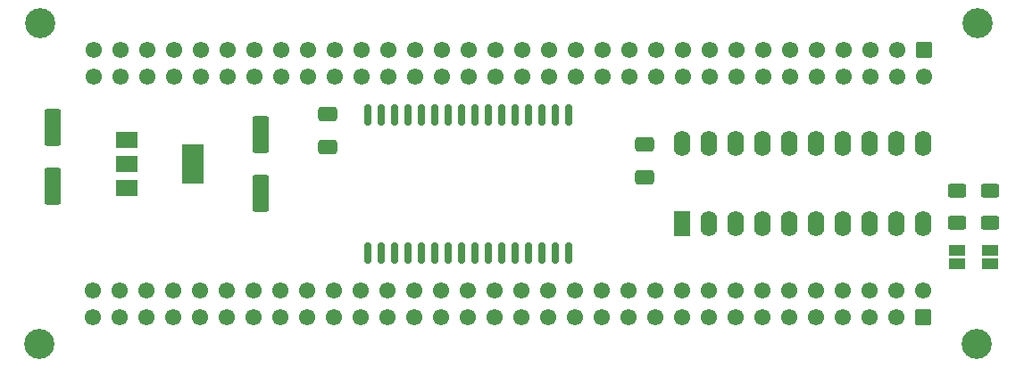
<source format=gbr>
%TF.GenerationSoftware,KiCad,Pcbnew,8.0.1*%
%TF.CreationDate,2024-04-05T09:52:39+02:00*%
%TF.ProjectId,qlexternal512kram_MIX,716c6578-7465-4726-9e61-6c3531326b72,0.1*%
%TF.SameCoordinates,Original*%
%TF.FileFunction,Soldermask,Top*%
%TF.FilePolarity,Negative*%
%FSLAX46Y46*%
G04 Gerber Fmt 4.6, Leading zero omitted, Abs format (unit mm)*
G04 Created by KiCad (PCBNEW 8.0.1) date 2024-04-05 09:52:39*
%MOMM*%
%LPD*%
G01*
G04 APERTURE LIST*
G04 Aperture macros list*
%AMRoundRect*
0 Rectangle with rounded corners*
0 $1 Rounding radius*
0 $2 $3 $4 $5 $6 $7 $8 $9 X,Y pos of 4 corners*
0 Add a 4 corners polygon primitive as box body*
4,1,4,$2,$3,$4,$5,$6,$7,$8,$9,$2,$3,0*
0 Add four circle primitives for the rounded corners*
1,1,$1+$1,$2,$3*
1,1,$1+$1,$4,$5*
1,1,$1+$1,$6,$7*
1,1,$1+$1,$8,$9*
0 Add four rect primitives between the rounded corners*
20,1,$1+$1,$2,$3,$4,$5,0*
20,1,$1+$1,$4,$5,$6,$7,0*
20,1,$1+$1,$6,$7,$8,$9,0*
20,1,$1+$1,$8,$9,$2,$3,0*%
G04 Aperture macros list end*
%ADD10R,1.500000X1.000000*%
%ADD11R,2.000000X1.500000*%
%ADD12R,2.000000X3.800000*%
%ADD13RoundRect,0.250000X-0.550000X1.500000X-0.550000X-1.500000X0.550000X-1.500000X0.550000X1.500000X0*%
%ADD14RoundRect,0.250000X-0.650000X0.412500X-0.650000X-0.412500X0.650000X-0.412500X0.650000X0.412500X0*%
%ADD15C,2.850000*%
%ADD16RoundRect,0.249999X0.525001X0.525001X-0.525001X0.525001X-0.525001X-0.525001X0.525001X-0.525001X0*%
%ADD17C,1.550000*%
%ADD18RoundRect,0.250000X-0.625000X0.400000X-0.625000X-0.400000X0.625000X-0.400000X0.625000X0.400000X0*%
%ADD19RoundRect,0.249999X-0.525001X-0.525001X0.525001X-0.525001X0.525001X0.525001X-0.525001X0.525001X0*%
%ADD20R,1.600000X2.400000*%
%ADD21O,1.600000X2.400000*%
%ADD22RoundRect,0.150000X0.150000X-0.875000X0.150000X0.875000X-0.150000X0.875000X-0.150000X-0.875000X0*%
G04 APERTURE END LIST*
D10*
%TO.C,JP1*%
X184245000Y-78105000D03*
X184245000Y-76805000D03*
%TD*%
D11*
%TO.C,U3*%
X105530000Y-66280000D03*
X105530000Y-68580000D03*
D12*
X111830000Y-68580000D03*
D11*
X105530000Y-70880000D03*
%TD*%
D13*
%TO.C,C1*%
X98520000Y-65145000D03*
X98520000Y-70745000D03*
%TD*%
D14*
%TO.C,C4*%
X154654000Y-66725000D03*
X154654000Y-69850000D03*
%TD*%
D13*
%TO.C,C2*%
X118205000Y-65780000D03*
X118205000Y-71380000D03*
%TD*%
D14*
%TO.C,C3*%
X124555000Y-63842500D03*
X124555000Y-66967500D03*
%TD*%
D15*
%TO.C,J1*%
X97300000Y-55245000D03*
X186200000Y-55245000D03*
D16*
X181120000Y-57785000D03*
D17*
X178580000Y-57785000D03*
X176040000Y-57785000D03*
X173500000Y-57785000D03*
X170960000Y-57785000D03*
X168420000Y-57785000D03*
X165880000Y-57785000D03*
X163340000Y-57785000D03*
X160800000Y-57785000D03*
X158260000Y-57785000D03*
X155720000Y-57785000D03*
X153180000Y-57785000D03*
X150640000Y-57785000D03*
X148100000Y-57785000D03*
X145560000Y-57785000D03*
X143020000Y-57785000D03*
X140480000Y-57785000D03*
X137940000Y-57785000D03*
X135400000Y-57785000D03*
X132860000Y-57785000D03*
X130320000Y-57785000D03*
X127780000Y-57785000D03*
X125240000Y-57785000D03*
X122700000Y-57785000D03*
X120160000Y-57785000D03*
X117620000Y-57785000D03*
X115080000Y-57785000D03*
X112540000Y-57785000D03*
X110000000Y-57785000D03*
X107460000Y-57785000D03*
X104920000Y-57785000D03*
X102380000Y-57785000D03*
X181120000Y-60325000D03*
X178580000Y-60325000D03*
X176040000Y-60325000D03*
X173500000Y-60325000D03*
X170960000Y-60325000D03*
X168420000Y-60325000D03*
X165880000Y-60325000D03*
X163340000Y-60325000D03*
X160800000Y-60325000D03*
X158260000Y-60325000D03*
X155720000Y-60325000D03*
X153180000Y-60325000D03*
X150640000Y-60325000D03*
X148100000Y-60325000D03*
X145560000Y-60325000D03*
X143020000Y-60325000D03*
X140480000Y-60325000D03*
X137940000Y-60325000D03*
X135400000Y-60325000D03*
X132860000Y-60325000D03*
X130320000Y-60325000D03*
X127780000Y-60325000D03*
X125240000Y-60325000D03*
X122700000Y-60325000D03*
X120160000Y-60325000D03*
X117620000Y-60325000D03*
X115080000Y-60325000D03*
X112540000Y-60325000D03*
X110000000Y-60325000D03*
X107460000Y-60325000D03*
X104920000Y-60325000D03*
X102380000Y-60325000D03*
%TD*%
D18*
%TO.C,R2*%
X187420000Y-71120000D03*
X187420000Y-74220000D03*
%TD*%
D15*
%TO.C,J2*%
X186150000Y-85725000D03*
X97250000Y-85725000D03*
D19*
X181060000Y-83185000D03*
D17*
X178520000Y-83185000D03*
X175980000Y-83185000D03*
X173440000Y-83185000D03*
X170900000Y-83185000D03*
X168360000Y-83185000D03*
X165820000Y-83185000D03*
X163280000Y-83185000D03*
X160740000Y-83185000D03*
X158200000Y-83185000D03*
X155660000Y-83185000D03*
X153120000Y-83185000D03*
X150580000Y-83185000D03*
X148040000Y-83185000D03*
X145500000Y-83185000D03*
X142960000Y-83185000D03*
X140420000Y-83185000D03*
X137880000Y-83185000D03*
X135340000Y-83185000D03*
X132800000Y-83185000D03*
X130260000Y-83185000D03*
X127720000Y-83185000D03*
X125180000Y-83185000D03*
X122640000Y-83185000D03*
X120100000Y-83185000D03*
X117560000Y-83185000D03*
X115020000Y-83185000D03*
X112480000Y-83185000D03*
X109940000Y-83185000D03*
X107400000Y-83185000D03*
X104860000Y-83185000D03*
X102320000Y-83185000D03*
X181060000Y-80645000D03*
X178520000Y-80645000D03*
X175980000Y-80645000D03*
X173440000Y-80645000D03*
X170900000Y-80645000D03*
X168360000Y-80645000D03*
X165820000Y-80645000D03*
X163280000Y-80645000D03*
X160740000Y-80645000D03*
X158200000Y-80645000D03*
X155660000Y-80645000D03*
X153120000Y-80645000D03*
X150580000Y-80645000D03*
X148040000Y-80645000D03*
X145500000Y-80645000D03*
X142960000Y-80645000D03*
X140420000Y-80645000D03*
X137880000Y-80645000D03*
X135340000Y-80645000D03*
X132800000Y-80645000D03*
X130260000Y-80645000D03*
X127720000Y-80645000D03*
X125180000Y-80645000D03*
X122640000Y-80645000D03*
X120100000Y-80645000D03*
X117560000Y-80645000D03*
X115020000Y-80645000D03*
X112480000Y-80645000D03*
X109940000Y-80645000D03*
X107400000Y-80645000D03*
X104860000Y-80645000D03*
X102320000Y-80645000D03*
%TD*%
D10*
%TO.C,JP2*%
X187420000Y-78120000D03*
X187420000Y-76820000D03*
%TD*%
D20*
%TO.C,U2*%
X158215000Y-74310000D03*
D21*
X160755000Y-74310000D03*
X163295000Y-74310000D03*
X165835000Y-74310000D03*
X168375000Y-74310000D03*
X170915000Y-74310000D03*
X173455000Y-74310000D03*
X175995000Y-74310000D03*
X178535000Y-74310000D03*
X181075000Y-74310000D03*
X181075000Y-66690000D03*
X178535000Y-66690000D03*
X175995000Y-66690000D03*
X173455000Y-66690000D03*
X170915000Y-66690000D03*
X168375000Y-66690000D03*
X165835000Y-66690000D03*
X163295000Y-66690000D03*
X160755000Y-66690000D03*
X158215000Y-66690000D03*
%TD*%
D18*
%TO.C,R1*%
X184245000Y-71120000D03*
X184245000Y-74220000D03*
%TD*%
D22*
%TO.C,U1*%
X128365000Y-77035000D03*
X129635000Y-77035000D03*
X130905000Y-77035000D03*
X132175000Y-77035000D03*
X133445000Y-77035000D03*
X134715000Y-77035000D03*
X135985000Y-77035000D03*
X137255000Y-77035000D03*
X138525000Y-77035000D03*
X139795000Y-77035000D03*
X141065000Y-77035000D03*
X142335000Y-77035000D03*
X143605000Y-77035000D03*
X144875000Y-77035000D03*
X146145000Y-77035000D03*
X147415000Y-77035000D03*
X147415000Y-63935000D03*
X146145000Y-63935000D03*
X144875000Y-63935000D03*
X143605000Y-63935000D03*
X142335000Y-63935000D03*
X141065000Y-63935000D03*
X139795000Y-63935000D03*
X138525000Y-63935000D03*
X137255000Y-63935000D03*
X135985000Y-63935000D03*
X134715000Y-63935000D03*
X133445000Y-63935000D03*
X132175000Y-63935000D03*
X130905000Y-63935000D03*
X129635000Y-63935000D03*
X128365000Y-63935000D03*
%TD*%
M02*

</source>
